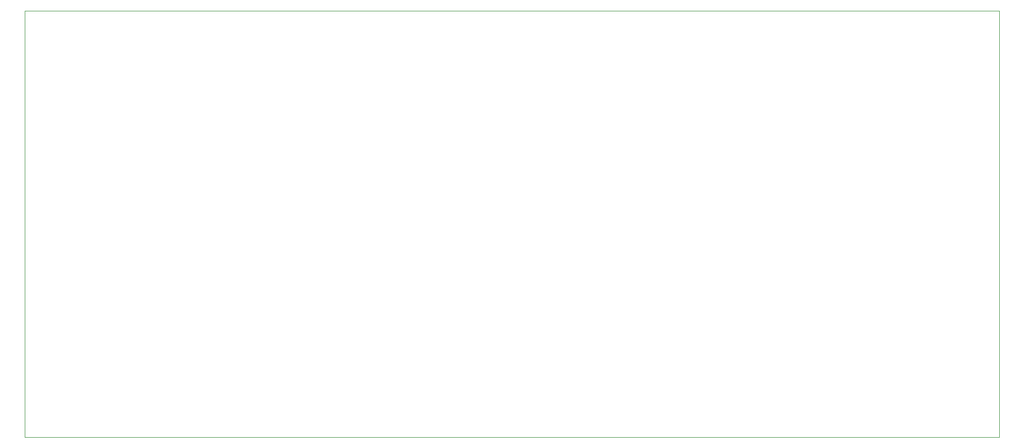
<source format=gbr>
%TF.GenerationSoftware,KiCad,Pcbnew,8.0.6*%
%TF.CreationDate,2024-12-15T17:57:45+01:00*%
%TF.ProjectId,debugboard,64656275-6762-46f6-9172-642e6b696361,rev?*%
%TF.SameCoordinates,Original*%
%TF.FileFunction,Profile,NP*%
%FSLAX46Y46*%
G04 Gerber Fmt 4.6, Leading zero omitted, Abs format (unit mm)*
G04 Created by KiCad (PCBNEW 8.0.6) date 2024-12-15 17:57:45*
%MOMM*%
%LPD*%
G01*
G04 APERTURE LIST*
%TA.AperFunction,Profile*%
%ADD10C,0.050000*%
%TD*%
G04 APERTURE END LIST*
D10*
X38900000Y-36000000D02*
X198900000Y-36000000D01*
X198900000Y-106000000D01*
X38900000Y-106000000D01*
X38900000Y-36000000D01*
M02*

</source>
